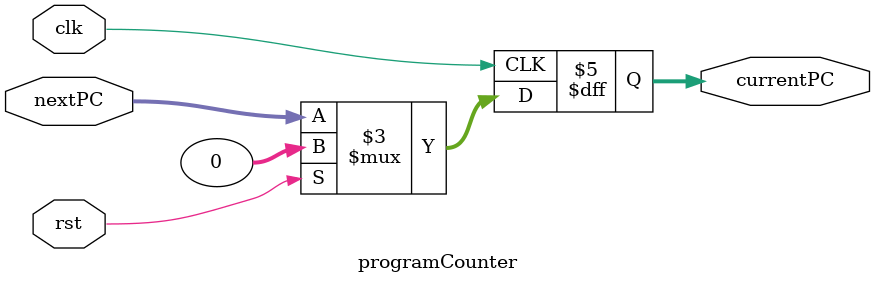
<source format=v>
`timescale 1ns / 1ps

module programCounter
    (
    input clk, rst,
    input [31:0] nextPC,
    output reg [31:0] currentPC
    );
    
    always@(posedge clk)
        begin
        if(rst)
            begin
            currentPC <= 0;        
            end
        else
            begin
            currentPC <= nextPC;
            end
        end   
endmodule

</source>
